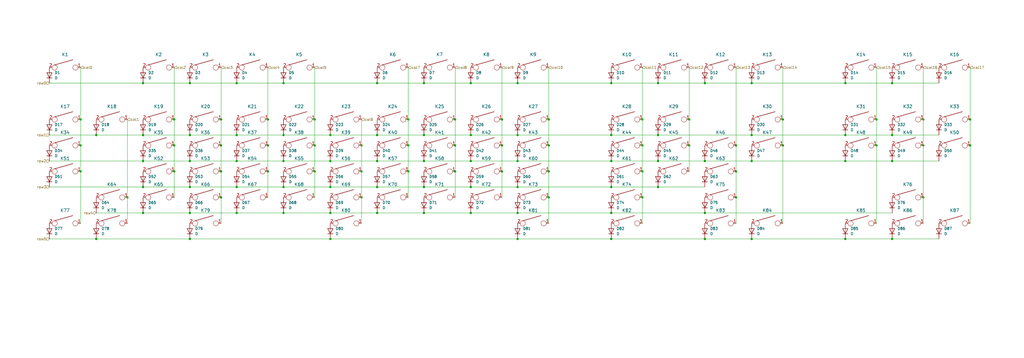
<source format=kicad_sch>
(kicad_sch (version 20211123) (generator eeschema)
  (paper "User" 499.999 175.006)
  (title_block (title "Ramen80") (date "2022-03-05") (rev "v1.0.0") (company "Ramen Keebs") (comment 1 "Switch Matrix"))
  (junction (at 367.03 78.74))
  (junction (at 252.73 116.84))
  (junction (at 69.85 40.64))
  (junction (at 85.09 58.42))
  (junction (at 298.45 78.74))
  (junction (at 344.17 116.84))
  (junction (at 412.75 40.64))
  (junction (at 367.03 116.84))
  (junction (at 321.31 40.64))
  (junction (at 92.71 40.64))
  (junction (at 46.99 66.04))
  (junction (at 427.99 58.42))
  (junction (at 267.97 83.82))
  (junction (at 85.09 83.82))
  (junction (at 313.69 58.42))
  (junction (at 245.11 71.12))
  (junction (at 161.29 104.14))
  (junction (at 85.09 71.12))
  (junction (at 252.73 78.74))
  (junction (at 229.87 104.14))
  (junction (at 336.55 58.42))
  (junction (at 344.17 78.74))
  (junction (at 115.57 66.04))
  (junction (at 382.27 71.12))
  (junction (at 176.53 83.82))
  (junction (at 222.25 71.12))
  (junction (at 313.69 96.52))
  (junction (at 321.31 78.74))
  (junction (at 199.39 71.12))
  (junction (at 435.61 66.04))
  (junction (at 245.11 83.82))
  (junction (at 412.75 78.74))
  (junction (at 382.27 58.42))
  (junction (at 107.95 71.12))
  (junction (at 435.61 78.74))
  (junction (at 229.87 66.04))
  (junction (at 229.87 91.44))
  (junction (at 267.97 58.42))
  (junction (at 39.37 71.12))
  (junction (at 450.85 96.52))
  (junction (at 298.45 104.14))
  (junction (at 473.71 58.42))
  (junction (at 130.81 58.42))
  (junction (at 161.29 66.04))
  (junction (at 298.45 40.64))
  (junction (at 199.39 58.42))
  (junction (at 473.71 71.12))
  (junction (at 359.41 83.82))
  (junction (at 107.95 83.82))
  (junction (at 412.75 66.04))
  (junction (at 62.23 96.52))
  (junction (at 222.25 58.42))
  (junction (at 115.57 78.74))
  (junction (at 176.53 96.52))
  (junction (at 69.85 66.04))
  (junction (at 298.45 66.04))
  (junction (at 313.69 83.82))
  (junction (at 267.97 71.12))
  (junction (at 176.53 71.12))
  (junction (at 321.31 91.44))
  (junction (at 199.39 83.82))
  (junction (at 229.87 40.64))
  (junction (at 184.15 40.64))
  (junction (at 321.31 66.04))
  (junction (at 298.45 116.84))
  (junction (at 245.11 58.42))
  (junction (at 138.43 40.64))
  (junction (at 153.67 58.42))
  (junction (at 92.71 104.14))
  (junction (at 252.73 40.64))
  (junction (at 153.67 71.12))
  (junction (at 313.69 71.12))
  (junction (at 153.67 83.82))
  (junction (at 92.71 91.44))
  (junction (at 435.61 40.64))
  (junction (at 359.41 71.12))
  (junction (at 69.85 91.44))
  (junction (at 92.71 116.84))
  (junction (at 427.99 71.12))
  (junction (at 267.97 96.52))
  (junction (at 252.73 66.04))
  (junction (at 115.57 91.44))
  (junction (at 107.95 58.42))
  (junction (at 435.61 116.84))
  (junction (at 184.15 104.14))
  (junction (at 138.43 91.44))
  (junction (at 92.71 66.04))
  (junction (at 46.99 116.84))
  (junction (at 92.71 78.74))
  (junction (at 344.17 104.14))
  (junction (at 207.01 104.14))
  (junction (at 229.87 78.74))
  (junction (at 298.45 91.44))
  (junction (at 252.73 91.44))
  (junction (at 184.15 91.44))
  (junction (at 39.37 58.42))
  (junction (at 184.15 78.74))
  (junction (at 207.01 40.64))
  (junction (at 107.95 96.52))
  (junction (at 252.73 104.14))
  (junction (at 184.15 66.04))
  (junction (at 69.85 78.74))
  (junction (at 222.25 83.82))
  (junction (at 367.03 66.04))
  (junction (at 412.75 116.84))
  (junction (at 138.43 78.74))
  (junction (at 359.41 96.52))
  (junction (at 138.43 104.14))
  (junction (at 336.55 71.12))
  (junction (at 450.85 71.12))
  (junction (at 161.29 78.74))
  (junction (at 115.57 104.14))
  (junction (at 344.17 40.64))
  (junction (at 130.81 83.82))
  (junction (at 450.85 58.42))
  (junction (at 115.57 40.64))
  (junction (at 207.01 66.04))
  (junction (at 367.03 40.64))
  (junction (at 138.43 66.04))
  (junction (at 207.01 78.74))
  (junction (at 207.01 91.44))
  (junction (at 130.81 71.12))
  (junction (at 39.37 83.82))
  (junction (at 161.29 91.44))
  (junction (at 69.85 104.14))
  (junction (at 161.29 116.84))
  (wire (pts (xy 298.45 66.04) (xy 321.31 66.04)))
  (wire (pts (xy 69.85 104.14) (xy 92.71 104.14)))
  (wire (pts (xy 344.17 78.74) (xy 367.03 78.74)))
  (wire (pts (xy 184.15 91.44) (xy 207.01 91.44)))
  (wire (pts (xy 252.73 104.14) (xy 298.45 104.14)))
  (wire (pts (xy 229.87 104.14) (xy 252.73 104.14)))
  (wire (pts (xy 39.37 58.42) (xy 39.37 71.12)))
  (wire (pts (xy 435.61 116.84) (xy 458.47 116.84)))
  (wire (pts (xy 450.85 96.52) (xy 450.85 109.22)))
  (wire (pts (xy 473.71 33.02) (xy 473.71 58.42)))
  (wire (pts (xy 267.97 96.52) (xy 267.97 109.22)))
  (wire (pts (xy 24.13 40.64) (xy 69.85 40.64)))
  (wire (pts (xy 176.53 58.42) (xy 176.53 71.12)))
  (wire (pts (xy 313.69 83.82) (xy 313.69 96.52)))
  (wire (pts (xy 450.85 58.42) (xy 450.85 71.12)))
  (wire (pts (xy 298.45 40.64) (xy 321.31 40.64)))
  (wire (pts (xy 115.57 40.64) (xy 138.43 40.64)))
  (wire (pts (xy 153.67 33.02) (xy 153.67 58.42)))
  (wire (pts (xy 450.85 33.02) (xy 450.85 58.42)))
  (wire (pts (xy 176.53 71.12) (xy 176.53 83.82)))
  (wire (pts (xy 267.97 58.42) (xy 267.97 71.12)))
  (wire (pts (xy 199.39 33.02) (xy 199.39 58.42)))
  (wire (pts (xy 161.29 91.44) (xy 184.15 91.44)))
  (wire (pts (xy 39.37 71.12) (xy 39.37 83.82)))
  (wire (pts (xy 62.23 96.52) (xy 62.23 109.22)))
  (wire (pts (xy 62.23 58.42) (xy 62.23 96.52)))
  (wire (pts (xy 367.03 66.04) (xy 412.75 66.04)))
  (wire (pts (xy 382.27 33.02) (xy 382.27 58.42)))
  (wire (pts (xy 252.73 78.74) (xy 298.45 78.74)))
  (wire (pts (xy 39.37 83.82) (xy 39.37 109.22)))
  (wire (pts (xy 382.27 71.12) (xy 382.27 109.22)))
  (wire (pts (xy 435.61 66.04) (xy 458.47 66.04)))
  (wire (pts (xy 24.13 116.84) (xy 46.99 116.84)))
  (wire (pts (xy 229.87 91.44) (xy 252.73 91.44)))
  (wire (pts (xy 69.85 40.64) (xy 92.71 40.64)))
  (wire (pts (xy 435.61 40.64) (xy 458.47 40.64)))
  (wire (pts (xy 382.27 58.42) (xy 382.27 71.12)))
  (wire (pts (xy 336.55 58.42) (xy 336.55 71.12)))
  (wire (pts (xy 313.69 96.52) (xy 313.69 109.22)))
  (wire (pts (xy 107.95 58.42) (xy 107.95 71.12)))
  (wire (pts (xy 298.45 78.74) (xy 321.31 78.74)))
  (wire (pts (xy 184.15 40.64) (xy 207.01 40.64)))
  (wire (pts (xy 24.13 66.04) (xy 46.99 66.04)))
  (wire (pts (xy 450.85 71.12) (xy 450.85 96.52)))
  (wire (pts (xy 344.17 40.64) (xy 367.03 40.64)))
  (wire (pts (xy 153.67 58.42) (xy 153.67 71.12)))
  (wire (pts (xy 321.31 40.64) (xy 344.17 40.64)))
  (wire (pts (xy 252.73 66.04) (xy 298.45 66.04)))
  (wire (pts (xy 130.81 33.02) (xy 130.81 58.42)))
  (wire (pts (xy 344.17 104.14) (xy 435.61 104.14)))
  (wire (pts (xy 412.75 116.84) (xy 435.61 116.84)))
  (wire (pts (xy 321.31 91.44) (xy 344.17 91.44)))
  (wire (pts (xy 222.25 71.12) (xy 222.25 83.82)))
  (wire (pts (xy 252.73 116.84) (xy 298.45 116.84)))
  (wire (pts (xy 69.85 66.04) (xy 92.71 66.04)))
  (wire (pts (xy 138.43 91.44) (xy 161.29 91.44)))
  (wire (pts (xy 367.03 78.74) (xy 412.75 78.74)))
  (wire (pts (xy 24.13 91.44) (xy 69.85 91.44)))
  (wire (pts (xy 107.95 83.82) (xy 107.95 96.52)))
  (wire (pts (xy 207.01 78.74) (xy 229.87 78.74)))
  (wire (pts (xy 412.75 40.64) (xy 435.61 40.64)))
  (wire (pts (xy 199.39 71.12) (xy 199.39 83.82)))
  (wire (pts (xy 427.99 71.12) (xy 427.99 109.22)))
  (wire (pts (xy 46.99 104.14) (xy 69.85 104.14)))
  (wire (pts (xy 367.03 116.84) (xy 412.75 116.84)))
  (wire (pts (xy 130.81 71.12) (xy 130.81 83.82)))
  (wire (pts (xy 359.41 71.12) (xy 359.41 83.82)))
  (wire (pts (xy 92.71 116.84) (xy 161.29 116.84)))
  (wire (pts (xy 184.15 78.74) (xy 207.01 78.74)))
  (wire (pts (xy 138.43 78.74) (xy 161.29 78.74)))
  (wire (pts (xy 267.97 83.82) (xy 267.97 96.52)))
  (wire (pts (xy 222.25 33.02) (xy 222.25 58.42)))
  (wire (pts (xy 267.97 71.12) (xy 267.97 83.82)))
  (wire (pts (xy 222.25 58.42) (xy 222.25 71.12)))
  (wire (pts (xy 207.01 66.04) (xy 229.87 66.04)))
  (wire (pts (xy 130.81 83.82) (xy 130.81 96.52)))
  (wire (pts (xy 252.73 40.64) (xy 298.45 40.64)))
  (wire (pts (xy 336.55 33.02) (xy 336.55 58.42)))
  (wire (pts (xy 85.09 83.82) (xy 85.09 96.52)))
  (wire (pts (xy 298.45 91.44) (xy 321.31 91.44)))
  (wire (pts (xy 153.67 71.12) (xy 153.67 83.82)))
  (wire (pts (xy 473.71 58.42) (xy 473.71 71.12)))
  (wire (pts (xy 92.71 66.04) (xy 115.57 66.04)))
  (wire (pts (xy 161.29 116.84) (xy 252.73 116.84)))
  (wire (pts (xy 229.87 78.74) (xy 252.73 78.74)))
  (wire (pts (xy 115.57 91.44) (xy 138.43 91.44)))
  (wire (pts (xy 267.97 33.02) (xy 267.97 58.42)))
  (wire (pts (xy 473.71 71.12) (xy 473.71 109.22)))
  (wire (pts (xy 69.85 78.74) (xy 92.71 78.74)))
  (wire (pts (xy 161.29 104.14) (xy 184.15 104.14)))
  (wire (pts (xy 153.67 83.82) (xy 153.67 96.52)))
  (wire (pts (xy 298.45 104.14) (xy 344.17 104.14)))
  (wire (pts (xy 245.11 71.12) (xy 245.11 83.82)))
  (wire (pts (xy 92.71 91.44) (xy 115.57 91.44)))
  (wire (pts (xy 161.29 78.74) (xy 184.15 78.74)))
  (wire (pts (xy 245.11 83.82) (xy 245.11 96.52)))
  (wire (pts (xy 92.71 78.74) (xy 115.57 78.74)))
  (wire (pts (xy 359.41 33.02) (xy 359.41 71.12)))
  (wire (pts (xy 321.31 78.74) (xy 344.17 78.74)))
  (wire (pts (xy 92.71 40.64) (xy 115.57 40.64)))
  (wire (pts (xy 229.87 40.64) (xy 252.73 40.64)))
  (wire (pts (xy 207.01 40.64) (xy 229.87 40.64)))
  (wire (pts (xy 359.41 96.52) (xy 359.41 109.22)))
  (wire (pts (xy 24.13 78.74) (xy 69.85 78.74)))
  (wire (pts (xy 39.37 33.02) (xy 39.37 58.42)))
  (wire (pts (xy 85.09 58.42) (xy 85.09 71.12)))
  (wire (pts (xy 138.43 40.64) (xy 184.15 40.64)))
  (wire (pts (xy 412.75 78.74) (xy 435.61 78.74)))
  (wire (pts (xy 245.11 33.02) (xy 245.11 58.42)))
  (wire (pts (xy 107.95 33.02) (xy 107.95 58.42)))
  (wire (pts (xy 176.53 96.52) (xy 176.53 109.22)))
  (wire (pts (xy 222.25 83.82) (xy 222.25 96.52)))
  (wire (pts (xy 313.69 71.12) (xy 313.69 83.82)))
  (wire (pts (xy 85.09 71.12) (xy 85.09 83.82)))
  (wire (pts (xy 427.99 58.42) (xy 427.99 71.12)))
  (wire (pts (xy 245.11 58.42) (xy 245.11 71.12)))
  (wire (pts (xy 412.75 66.04) (xy 435.61 66.04)))
  (wire (pts (xy 69.85 91.44) (xy 92.71 91.44)))
  (wire (pts (xy 161.29 66.04) (xy 184.15 66.04)))
  (wire (pts (xy 85.09 33.02) (xy 85.09 58.42)))
  (wire (pts (xy 207.01 91.44) (xy 229.87 91.44)))
  (wire (pts (xy 107.95 71.12) (xy 107.95 83.82)))
  (wire (pts (xy 138.43 104.14) (xy 161.29 104.14)))
  (wire (pts (xy 92.71 104.14) (xy 115.57 104.14)))
  (wire (pts (xy 199.39 58.42) (xy 199.39 71.12)))
  (wire (pts (xy 435.61 78.74) (xy 458.47 78.74)))
  (wire (pts (xy 130.81 58.42) (xy 130.81 71.12)))
  (wire (pts (xy 184.15 66.04) (xy 207.01 66.04)))
  (wire (pts (xy 199.39 83.82) (xy 199.39 96.52)))
  (wire (pts (xy 367.03 40.64) (xy 412.75 40.64)))
  (wire (pts (xy 176.53 83.82) (xy 176.53 96.52)))
  (wire (pts (xy 207.01 104.14) (xy 229.87 104.14)))
  (wire (pts (xy 107.95 96.52) (xy 107.95 109.22)))
  (wire (pts (xy 336.55 71.12) (xy 336.55 83.82)))
  (wire (pts (xy 313.69 33.02) (xy 313.69 58.42)))
  (wire (pts (xy 427.99 33.02) (xy 427.99 58.42)))
  (wire (pts (xy 115.57 78.74) (xy 138.43 78.74)))
  (wire (pts (xy 46.99 66.04) (xy 69.85 66.04)))
  (wire (pts (xy 115.57 104.14) (xy 138.43 104.14)))
  (wire (pts (xy 229.87 66.04) (xy 252.73 66.04)))
  (wire (pts (xy 321.31 66.04) (xy 367.03 66.04)))
  (wire (pts (xy 359.41 83.82) (xy 359.41 96.52)))
  (wire (pts (xy 344.17 116.84) (xy 367.03 116.84)))
  (wire (pts (xy 313.69 58.42) (xy 313.69 71.12)))
  (wire (pts (xy 138.43 66.04) (xy 161.29 66.04)))
  (wire (pts (xy 184.15 104.14) (xy 207.01 104.14)))
  (wire (pts (xy 252.73 91.44) (xy 298.45 91.44)))
  (wire (pts (xy 46.99 116.84) (xy 92.71 116.84)))
  (wire (pts (xy 298.45 116.84) (xy 344.17 116.84)))
  (wire (pts (xy 115.57 66.04) (xy 138.43 66.04)))
  (hierarchical_label "row4" (shape input) (at 46.99 104.14 180))
  (hierarchical_label "col6" (shape input) (at 176.53 58.42 0))
  (hierarchical_label "row5" (shape input) (at 24.13 116.84 180))
  (hierarchical_label "col0" (shape input) (at 39.37 33.02 0))
  (hierarchical_label "col5" (shape input) (at 153.67 33.02 0))
  (hierarchical_label "row2" (shape input) (at 24.13 78.74 180))
  (hierarchical_label "col10" (shape input) (at 267.97 33.02 0))
  (hierarchical_label "col8" (shape input) (at 222.25 33.02 0))
  (hierarchical_label "col9" (shape input) (at 245.11 33.02 0))
  (hierarchical_label "row0" (shape input) (at 24.13 40.64 180))
  (hierarchical_label "col16" (shape input) (at 450.85 33.02 0))
  (hierarchical_label "row1" (shape input) (at 24.13 66.04 180))
  (hierarchical_label "col13" (shape input) (at 359.41 33.02 0))
  (hierarchical_label "col1" (shape input) (at 62.23 58.42 0))
  (hierarchical_label "col2" (shape input) (at 85.09 33.02 0))
  (hierarchical_label "col7" (shape input) (at 199.39 33.02 0))
  (hierarchical_label "col3" (shape input) (at 107.95 33.02 0))
  (hierarchical_label "col15" (shape input) (at 427.99 33.02 0))
  (hierarchical_label "col11" (shape input) (at 313.69 33.02 0))
  (hierarchical_label "col14" (shape input) (at 382.27 33.02 0))
  (hierarchical_label "col4" (shape input) (at 130.81 33.02 0))
  (hierarchical_label "col17" (shape input) (at 473.71 33.02 0))
  (hierarchical_label "row3" (shape input) (at 24.13 91.44 180))
  (hierarchical_label "col12" (shape input) (at 336.55 33.02 0))
  (symbol (lib_id "Device:D") (at 69.85 87.63 90) (unit 1)
    (property "Reference" "D52" (at 72.39 86.3599 90) (effects (justify right)))
    (property "Value" "D" (at 72.39 88.8999 90) (effects (justify right)))
    (property "Footprint" "RamenKeebs:D_AXIAL" (effects hide))
  )
  (symbol (lib_id "Device:D") (at 321.31 87.63 90) (unit 1)
    (property "Reference" "D62" (at 323.85 86.3599 90) (effects (justify right)))
    (property "Value" "D" (at 323.85 88.8999 90) (effects (justify right)))
    (property "Footprint" "RamenKeebs:D_AXIAL" (effects hide))
  )
  (symbol (lib_id "RamenKeebs:MECH_SW") (at 328.93 58.42 0) (unit 1)
    (property "Reference" "K29" (at 328.93 52.07 0) (effects (font (size 1.524 1.524))))
    (property "Value" "KEYSW" (effects hide))
    (property "Footprint" "RamenKeebs:KAILH_PLATEMOUNT" (effects hide))
  )
  (symbol (lib_id "Device:D") (at 92.71 62.23 90) (unit 1)
    (property "Reference" "D20" (at 95.25 60.9599 90) (effects (justify right)))
    (property "Value" "D" (at 95.25 63.4999 90) (effects (justify right)))
    (property "Footprint" "RamenKeebs:D_AXIAL" (effects hide))
  )
  (symbol (lib_id "RamenKeebs:MECH_SW") (at 351.79 109.22 0) (unit 1)
    (property "Reference" "K83" (at 351.79 102.87 0) (effects (font (size 1.524 1.524))))
    (property "Value" "KEYSW" (effects hide))
    (property "Footprint" "RamenKeebs:KAILH_PLATEMOUNT" (effects hide))
  )
  (symbol (lib_id "Device:D") (at 138.43 100.33 90) (unit 1)
    (property "Reference" "D68" (at 140.97 99.0599 90) (effects (justify right)))
    (property "Value" "D" (at 140.97 101.5999 90) (effects (justify right)))
    (property "Footprint" "RamenKeebs:D_AXIAL" (effects hide))
  )
  (symbol (lib_id "RamenKeebs:MECH_SW") (at 146.05 83.82 0) (unit 1)
    (property "Reference" "K55" (at 146.05 77.47 0) (effects (font (size 1.524 1.524))))
    (property "Value" "KEYSW" (effects hide))
    (property "Footprint" "RamenKeebs:KAILH_PLATEMOUNT" (effects hide))
  )
  (symbol (lib_id "RamenKeebs:MECH_SW") (at 214.63 58.42 0) (unit 1)
    (property "Reference" "K25" (at 214.63 52.07 0) (effects (font (size 1.524 1.524))))
    (property "Value" "KEYSW" (effects hide))
    (property "Footprint" "RamenKeebs:KAILH_PLATEMOUNT" (effects hide))
  )
  (symbol (lib_id "Device:D") (at 321.31 74.93 90) (unit 1)
    (property "Reference" "D45" (at 323.85 73.6599 90) (effects (justify right)))
    (property "Value" "D" (at 323.85 76.1999 90) (effects (justify right)))
    (property "Footprint" "RamenKeebs:D_AXIAL" (effects hide))
  )
  (symbol (lib_id "Device:D") (at 412.75 36.83 90) (unit 1)
    (property "Reference" "D14" (at 415.29 35.5599 90) (effects (justify right)))
    (property "Value" "D" (at 415.29 38.0999 90) (effects (justify right)))
    (property "Footprint" "RamenKeebs:D_AXIAL" (effects hide))
  )
  (symbol (lib_id "Device:D") (at 69.85 74.93 90) (unit 1)
    (property "Reference" "D35" (at 72.39 73.6599 90) (effects (justify right)))
    (property "Value" "D" (at 72.39 76.1999 90) (effects (justify right)))
    (property "Footprint" "RamenKeebs:D_AXIAL" (effects hide))
  )
  (symbol (lib_id "Device:D") (at 115.57 100.33 90) (unit 1)
    (property "Reference" "D67" (at 118.11 99.0599 90) (effects (justify right)))
    (property "Value" "D" (at 118.11 101.5999 90) (effects (justify right)))
    (property "Footprint" "RamenKeebs:D_AXIAL" (effects hide))
  )
  (symbol (lib_id "Device:D") (at 46.99 100.33 90) (unit 1)
    (property "Reference" "D64" (at 49.53 99.0599 90) (effects (justify right)))
    (property "Value" "D" (at 49.53 101.5999 90) (effects (justify right)))
    (property "Footprint" "RamenKeebs:D_AXIAL" (effects hide))
  )
  (symbol (lib_id "RamenKeebs:MECH_SW") (at 100.33 58.42 0) (unit 1)
    (property "Reference" "K20" (at 100.33 52.07 0) (effects (font (size 1.524 1.524))))
    (property "Value" "KEYSW" (effects hide))
    (property "Footprint" "RamenKeebs:KAILH_PLATEMOUNT" (effects hide))
  )
  (symbol (lib_id "RamenKeebs:MECH_SW") (at 214.63 71.12 0) (unit 1)
    (property "Reference" "K41" (at 214.63 64.77 0) (effects (font (size 1.524 1.524))))
    (property "Value" "KEYSW" (effects hide))
    (property "Footprint" "RamenKeebs:KAILH_PLATEMOUNT" (effects hide))
  )
  (symbol (lib_id "RamenKeebs:MECH_SW") (at 54.61 96.52 0) (unit 1)
    (property "Reference" "K64" (at 54.61 90.17 0) (effects (font (size 1.524 1.524))))
    (property "Value" "KEYSW" (effects hide))
    (property "Footprint" "RamenKeebs:KAILH_PLATEMOUNT" (effects hide))
  )
  (symbol (lib_id "Device:D") (at 138.43 62.23 90) (unit 1)
    (property "Reference" "D22" (at 140.97 60.9599 90) (effects (justify right)))
    (property "Value" "D" (at 140.97 63.4999 90) (effects (justify right)))
    (property "Footprint" "RamenKeebs:D_AXIAL" (effects hide))
  )
  (symbol (lib_id "RamenKeebs:MECH_SW") (at 123.19 58.42 0) (unit 1)
    (property "Reference" "K21" (at 123.19 52.07 0) (effects (font (size 1.524 1.524))))
    (property "Value" "KEYSW" (effects hide))
    (property "Footprint" "RamenKeebs:KAILH_PLATEMOUNT" (effects hide))
  )
  (symbol (lib_id "RamenKeebs:MECH_SW") (at 31.75 83.82 0) (unit 1)
    (property "Reference" "K51" (at 31.75 77.47 0) (effects (font (size 1.524 1.524))))
    (property "Value" "KEYSW" (effects hide))
    (property "Footprint" "RamenKeebs:KAILH_PLATEMOUNT" (effects hide))
  )
  (symbol (lib_id "Device:D") (at 92.71 87.63 90) (unit 1)
    (property "Reference" "D53" (at 95.25 86.3599 90) (effects (justify right)))
    (property "Value" "D" (at 95.25 88.8999 90) (effects (justify right)))
    (property "Footprint" "RamenKeebs:D_AXIAL" (effects hide))
  )
  (symbol (lib_id "RamenKeebs:MECH_SW") (at 191.77 83.82 0) (unit 1)
    (property "Reference" "K57" (at 191.77 77.47 0) (effects (font (size 1.524 1.524))))
    (property "Value" "KEYSW" (effects hide))
    (property "Footprint" "RamenKeebs:KAILH_PLATEMOUNT" (effects hide))
  )
  (symbol (lib_id "RamenKeebs:MECH_SW") (at 168.91 109.22 0) (unit 1)
    (property "Reference" "K80" (at 168.91 102.87 0) (effects (font (size 1.524 1.524))))
    (property "Value" "KEYSW" (effects hide))
    (property "Footprint" "RamenKeebs:KAILH_PLATEMOUNT" (effects hide))
  )
  (symbol (lib_id "Device:D") (at 344.17 113.03 90) (unit 1)
    (property "Reference" "D83" (at 346.71 111.7599 90) (effects (justify right)))
    (property "Value" "D" (at 346.71 114.2999 90) (effects (justify right)))
    (property "Footprint" "RamenKeebs:D_AXIAL" (effects hide))
  )
  (symbol (lib_id "Device:D") (at 229.87 74.93 90) (unit 1)
    (property "Reference" "D42" (at 232.41 73.6599 90) (effects (justify right)))
    (property "Value" "D" (at 232.41 76.1999 90) (effects (justify right)))
    (property "Footprint" "RamenKeebs:D_AXIAL" (effects hide))
  )
  (symbol (lib_id "RamenKeebs:MECH_SW") (at 466.09 109.22 0) (unit 1)
    (property "Reference" "K87" (at 466.09 102.87 0) (effects (font (size 1.524 1.524))))
    (property "Value" "KEYSW" (effects hide))
    (property "Footprint" "RamenKeebs:KAILH_PLATEMOUNT" (effects hide))
  )
  (symbol (lib_id "Device:D") (at 298.45 113.03 90) (unit 1)
    (property "Reference" "D82" (at 300.99 111.7599 90) (effects (justify right)))
    (property "Value" "D" (at 300.99 114.2999 90) (effects (justify right)))
    (property "Footprint" "RamenKeebs:D_AXIAL" (effects hide))
  )
  (symbol (lib_id "Device:D") (at 298.45 87.63 90) (unit 1)
    (property "Reference" "D61" (at 300.99 86.3599 90) (effects (justify right)))
    (property "Value" "D" (at 300.99 88.8999 90) (effects (justify right)))
    (property "Footprint" "RamenKeebs:D_AXIAL" (effects hide))
  )
  (symbol (lib_id "Device:D") (at 161.29 100.33 90) (unit 1)
    (property "Reference" "D69" (at 163.83 99.0599 90) (effects (justify right)))
    (property "Value" "D" (at 163.83 101.5999 90) (effects (justify right)))
    (property "Footprint" "RamenKeebs:D_AXIAL" (effects hide))
  )
  (symbol (lib_id "RamenKeebs:MECH_SW") (at 351.79 33.02 0) (unit 1)
    (property "Reference" "K12" (at 351.79 26.67 0) (effects (font (size 1.524 1.524))))
    (property "Value" "KEYSW" (effects hide))
    (property "Footprint" "RamenKeebs:KAILH_PLATEMOUNT" (effects hide))
  )
  (symbol (lib_id "RamenKeebs:MECH_SW") (at 443.23 33.02 0) (unit 1)
    (property "Reference" "K15" (at 443.23 26.67 0) (effects (font (size 1.524 1.524))))
    (property "Value" "KEYSW" (effects hide))
    (property "Footprint" "RamenKeebs:KAILH_PLATEMOUNT" (effects hide))
  )
  (symbol (lib_id "Device:D") (at 115.57 87.63 90) (unit 1)
    (property "Reference" "D54" (at 118.11 86.3599 90) (effects (justify right)))
    (property "Value" "D" (at 118.11 88.8999 90) (effects (justify right)))
    (property "Footprint" "RamenKeebs:D_AXIAL" (effects hide))
  )
  (symbol (lib_id "Device:D") (at 46.99 62.23 90) (unit 1)
    (property "Reference" "D18" (at 49.53 60.9599 90) (effects (justify right)))
    (property "Value" "D" (at 49.53 63.4999 90) (effects (justify right)))
    (property "Footprint" "RamenKeebs:D_AXIAL" (effects hide))
  )
  (symbol (lib_id "Device:D") (at 344.17 100.33 90) (unit 1)
    (property "Reference" "D75" (at 346.71 99.0599 90) (effects (justify right)))
    (property "Value" "D" (at 346.71 101.5999 90) (effects (justify right)))
    (property "Footprint" "RamenKeebs:D_AXIAL" (effects hide))
  )
  (symbol (lib_id "RamenKeebs:MECH_SW") (at 260.35 58.42 0) (unit 1)
    (property "Reference" "K27" (at 260.35 52.07 0) (effects (font (size 1.524 1.524))))
    (property "Value" "KEYSW" (effects hide))
    (property "Footprint" "RamenKeebs:KAILH_PLATEMOUNT" (effects hide))
  )
  (symbol (lib_id "Device:D") (at 229.87 62.23 90) (unit 1)
    (property "Reference" "D26" (at 232.41 60.9599 90) (effects (justify right)))
    (property "Value" "D" (at 232.41 63.4999 90) (effects (justify right)))
    (property "Footprint" "RamenKeebs:D_AXIAL" (effects hide))
  )
  (symbol (lib_id "Device:D") (at 161.29 87.63 90) (unit 1)
    (property "Reference" "D56" (at 163.83 86.3599 90) (effects (justify right)))
    (property "Value" "D" (at 163.83 88.8999 90) (effects (justify right)))
    (property "Footprint" "RamenKeebs:D_AXIAL" (effects hide))
  )
  (symbol (lib_id "Device:D") (at 24.13 74.93 90) (unit 1)
    (property "Reference" "D34" (at 26.67 73.6599 90) (effects (justify right)))
    (property "Value" "D" (at 26.67 76.1999 90) (effects (justify right)))
    (property "Footprint" "RamenKeebs:D_AXIAL" (effects hide))
  )
  (symbol (lib_id "RamenKeebs:MECH_SW") (at 466.09 71.12 0) (unit 1)
    (property "Reference" "K50" (at 466.09 64.77 0) (effects (font (size 1.524 1.524))))
    (property "Value" "KEYSW" (effects hide))
    (property "Footprint" "RamenKeebs:KAILH_PLATEMOUNT" (effects hide))
  )
  (symbol (lib_id "RamenKeebs:MECH_SW") (at 260.35 96.52 0) (unit 1)
    (property "Reference" "K73" (at 260.35 90.17 0) (effects (font (size 1.524 1.524))))
    (property "Value" "KEYSW" (effects hide))
    (property "Footprint" "RamenKeebs:KAILH_PLATEMOUNT" (effects hide))
  )
  (symbol (lib_id "RamenKeebs:MECH_SW") (at 420.37 71.12 0) (unit 1)
    (property "Reference" "K48" (at 420.37 64.77 0) (effects (font (size 1.524 1.524))))
    (property "Value" "KEYSW" (effects hide))
    (property "Footprint" "RamenKeebs:KAILH_PLATEMOUNT" (effects hide))
  )
  (symbol (lib_id "Device:D") (at 298.45 36.83 90) (unit 1)
    (property "Reference" "D10" (at 300.99 35.5599 90) (effects (justify right)))
    (property "Value" "D" (at 300.99 38.0999 90) (effects (justify right)))
    (property "Footprint" "RamenKeebs:D_AXIAL" (effects hide))
  )
  (symbol (lib_id "Device:D") (at 69.85 62.23 90) (unit 1)
    (property "Reference" "D19" (at 72.39 60.9599 90) (effects (justify right)))
    (property "Value" "D" (at 72.39 63.4999 90) (effects (justify right)))
    (property "Footprint" "RamenKeebs:D_AXIAL" (effects hide))
  )
  (symbol (lib_id "RamenKeebs:MECH_SW") (at 31.75 71.12 0) (unit 1)
    (property "Reference" "K34" (at 31.75 64.77 0) (effects (font (size 1.524 1.524))))
    (property "Value" "KEYSW" (effects hide))
    (property "Footprint" "RamenKeebs:KAILH_PLATEMOUNT" (effects hide))
  )
  (symbol (lib_id "Device:D") (at 184.15 36.83 90) (unit 1)
    (property "Reference" "D6" (at 186.69 35.5599 90) (effects (justify right)))
    (property "Value" "D" (at 186.69 38.0999 90) (effects (justify right)))
    (property "Footprint" "RamenKeebs:D_AXIAL" (effects hide))
  )
  (symbol (lib_id "Device:D") (at 412.75 74.93 90) (unit 1)
    (property "Reference" "D48" (at 415.29 73.6599 90) (effects (justify right)))
    (property "Value" "D" (at 415.29 76.1999 90) (effects (justify right)))
    (property "Footprint" "RamenKeebs:D_AXIAL" (effects hide))
  )
  (symbol (lib_id "RamenKeebs:MECH_SW") (at 306.07 33.02 0) (unit 1)
    (property "Reference" "K10" (at 306.07 26.67 0) (effects (font (size 1.524 1.524))))
    (property "Value" "KEYSW" (effects hide))
    (property "Footprint" "RamenKeebs:KAILH_PLATEMOUNT" (effects hide))
  )
  (symbol (lib_id "Device:D") (at 92.71 36.83 90) (unit 1)
    (property "Reference" "D3" (at 95.25 35.5599 90) (effects (justify right)))
    (property "Value" "D" (at 95.25 38.0999 90) (effects (justify right)))
    (property "Footprint" "RamenKeebs:D_AXIAL" (effects hide))
  )
  (symbol (lib_id "RamenKeebs:MECH_SW") (at 168.91 96.52 0) (unit 1)
    (property "Reference" "K69" (at 168.91 90.17 0) (effects (font (size 1.524 1.524))))
    (property "Value" "KEYSW" (effects hide))
    (property "Footprint" "RamenKeebs:KAILH_PLATEMOUNT" (effects hide))
  )
  (symbol (lib_id "RamenKeebs:MECH_SW") (at 420.37 33.02 0) (unit 1)
    (property "Reference" "K14" (at 420.37 26.67 0) (effects (font (size 1.524 1.524))))
    (property "Value" "KEYSW" (effects hide))
    (property "Footprint" "RamenKeebs:KAILH_PLATEMOUNT" (effects hide))
  )
  (symbol (lib_id "RamenKeebs:MECH_SW") (at 191.77 58.42 0) (unit 1)
    (property "Reference" "K24" (at 191.77 52.07 0) (effects (font (size 1.524 1.524))))
    (property "Value" "KEYSW" (effects hide))
    (property "Footprint" "RamenKeebs:KAILH_PLATEMOUNT" (effects hide))
  )
  (symbol (lib_id "Device:D") (at 252.73 87.63 90) (unit 1)
    (property "Reference" "D60" (at 255.27 86.3599 90) (effects (justify right)))
    (property "Value" "D" (at 255.27 88.8999 90) (effects (justify right)))
    (property "Footprint" "RamenKeebs:D_AXIAL" (effects hide))
  )
  (symbol (lib_id "Device:D") (at 229.87 100.33 90) (unit 1)
    (property "Reference" "D72" (at 232.41 99.0599 90) (effects (justify right)))
    (property "Value" "D" (at 232.41 101.5999 90) (effects (justify right)))
    (property "Footprint" "RamenKeebs:D_AXIAL" (effects hide))
  )
  (symbol (lib_id "Device:D") (at 24.13 113.03 90) (unit 1)
    (property "Reference" "D77" (at 26.67 111.7599 90) (effects (justify right)))
    (property "Value" "D" (at 26.67 114.2999 90) (effects (justify right)))
    (property "Footprint" "RamenKeebs:D_AXIAL" (effects hide))
  )
  (symbol (lib_id "Device:D") (at 458.47 36.83 90) (unit 1)
    (property "Reference" "D16" (at 461.01 35.5599 90) (effects (justify right)))
    (property "Value" "D" (at 461.01 38.0999 90) (effects (justify right)))
    (property "Footprint" "RamenKeebs:D_AXIAL" (effects hide))
  )
  (symbol (lib_id "Device:D") (at 367.03 36.83 90) (unit 1)
    (property "Reference" "D13" (at 369.57 35.5599 90) (effects (justify right)))
    (property "Value" "D" (at 369.57 38.0999 90) (effects (justify right)))
    (property "Footprint" "RamenKeebs:D_AXIAL" (effects hide))
  )
  (symbol (lib_id "Device:D") (at 184.15 62.23 90) (unit 1)
    (property "Reference" "D24" (at 186.69 60.9599 90) (effects (justify right)))
    (property "Value" "D" (at 186.69 63.4999 90) (effects (justify right)))
    (property "Footprint" "RamenKeebs:D_AXIAL" (effects hide))
  )
  (symbol (lib_id "RamenKeebs:MECH_SW") (at 77.47 71.12 0) (unit 1)
    (property "Reference" "K35" (at 77.47 64.77 0) (effects (font (size 1.524 1.524))))
    (property "Value" "KEYSW" (effects hide))
    (property "Footprint" "RamenKeebs:KAILH_PLATEMOUNT" (effects hide))
  )
  (symbol (lib_id "Device:D") (at 207.01 100.33 90) (unit 1)
    (property "Reference" "D71" (at 209.55 99.0599 90) (effects (justify right)))
    (property "Value" "D" (at 209.55 101.5999 90) (effects (justify right)))
    (property "Footprint" "RamenKeebs:D_AXIAL" (effects hide))
  )
  (symbol (lib_id "Device:D") (at 92.71 100.33 90) (unit 1)
    (property "Reference" "D66" (at 95.25 99.0599 90) (effects (justify right)))
    (property "Value" "D" (at 95.25 101.5999 90) (effects (justify right)))
    (property "Footprint" "RamenKeebs:D_AXIAL" (effects hide))
  )
  (symbol (lib_id "RamenKeebs:MECH_SW") (at 123.19 96.52 0) (unit 1)
    (property "Reference" "K67" (at 123.19 90.17 0) (effects (font (size 1.524 1.524))))
    (property "Value" "KEYSW" (effects hide))
    (property "Footprint" "RamenKeebs:KAILH_PLATEMOUNT" (effects hide))
  )
  (symbol (lib_id "Device:D") (at 367.03 113.03 90) (unit 1)
    (property "Reference" "D84" (at 369.57 111.7599 90) (effects (justify right)))
    (property "Value" "D" (at 369.57 114.2999 90) (effects (justify right)))
    (property "Footprint" "RamenKeebs:D_AXIAL" (effects hide))
  )
  (symbol (lib_id "RamenKeebs:MECH_SW") (at 351.79 83.82 0) (unit 1)
    (property "Reference" "K63" (at 351.79 77.47 0) (effects (font (size 1.524 1.524))))
    (property "Value" "KEYSW" (effects hide))
    (property "Footprint" "RamenKeebs:KAILH_PLATEMOUNT" (effects hide))
  )
  (symbol (lib_id "Device:D") (at 298.45 100.33 90) (unit 1)
    (property "Reference" "D74" (at 300.99 99.0599 90) (effects (justify right)))
    (property "Value" "D" (at 300.99 101.5999 90) (effects (justify right)))
    (property "Footprint" "RamenKeebs:D_AXIAL" (effects hide))
  )
  (symbol (lib_id "RamenKeebs:MECH_SW") (at 466.09 58.42 0) (unit 1)
    (property "Reference" "K33" (at 466.09 52.07 0) (effects (font (size 1.524 1.524))))
    (property "Value" "KEYSW" (effects hide))
    (property "Footprint" "RamenKeebs:KAILH_PLATEMOUNT" (effects hide))
  )
  (symbol (lib_id "Device:D") (at 69.85 100.33 90) (unit 1)
    (property "Reference" "D65" (at 72.39 99.0599 90) (effects (justify right)))
    (property "Value" "D" (at 72.39 101.5999 90) (effects (justify right)))
    (property "Footprint" "RamenKeebs:D_AXIAL" (effects hide))
  )
  (symbol (lib_id "Device:D") (at 115.57 36.83 90) (unit 1)
    (property "Reference" "D4" (at 118.11 35.5599 90) (effects (justify right)))
    (property "Value" "D" (at 118.11 38.0999 90) (effects (justify right)))
    (property "Footprint" "RamenKeebs:D_AXIAL" (effects hide))
  )
  (symbol (lib_id "Device:D") (at 435.61 74.93 90) (unit 1)
    (property "Reference" "D49" (at 438.15 73.6599 90) (effects (justify right)))
    (property "Value" "D" (at 438.15 76.1999 90) (effects (justify right)))
    (property "Footprint" "RamenKeebs:D_AXIAL" (effects hide))
  )
  (symbol (lib_id "Device:D") (at 24.13 62.23 90) (unit 1)
    (property "Reference" "D17" (at 26.67 60.9599 90) (effects (justify right)))
    (property "Value" "D" (at 26.67 63.4999 90) (effects (justify right)))
    (property "Footprint" "RamenKeebs:D_AXIAL" (effects hide))
  )
  (symbol (lib_id "Device:D") (at 161.29 74.93 90) (unit 1)
    (property "Reference" "D39" (at 163.83 73.6599 90) (effects (justify right)))
    (property "Value" "D" (at 163.83 76.1999 90) (effects (justify right)))
    (property "Footprint" "RamenKeebs:D_AXIAL" (effects hide))
  )
  (symbol (lib_id "RamenKeebs:MECH_SW") (at 168.91 83.82 0) (unit 1)
    (property "Reference" "K56" (at 168.91 77.47 0) (effects (font (size 1.524 1.524))))
    (property "Value" "KEYSW" (effects hide))
    (property "Footprint" "RamenKeebs:KAILH_PLATEMOUNT" (effects hide))
  )
  (symbol (lib_id "Device:D") (at 298.45 74.93 90) (unit 1)
    (property "Reference" "D44" (at 300.99 73.6599 90) (effects (justify right)))
    (property "Value" "D" (at 300.99 76.1999 90) (effects (justify right)))
    (property "Footprint" "RamenKeebs:D_AXIAL" (effects hide))
  )
  (symbol (lib_id "Device:D") (at 412.75 62.23 90) (unit 1)
    (property "Reference" "D31" (at 415.29 60.9599 90) (effects (justify right)))
    (property "Value" "D" (at 415.29 63.4999 90) (effects (justify right)))
    (property "Footprint" "RamenKeebs:D_AXIAL" (effects hide))
  )
  (symbol (lib_id "RamenKeebs:MECH_SW") (at 168.91 71.12 0) (unit 1)
    (property "Reference" "K39" (at 168.91 64.77 0) (effects (font (size 1.524 1.524))))
    (property "Value" "KEYSW" (effects hide))
    (property "Footprint" "RamenKeebs:KAILH_PLATEMOUNT" (effects hide))
  )
  (symbol (lib_id "RamenKeebs:MECH_SW") (at 100.33 83.82 0) (unit 1)
    (property "Reference" "K53" (at 100.33 77.47 0) (effects (font (size 1.524 1.524))))
    (property "Value" "KEYSW" (effects hide))
    (property "Footprint" "RamenKeebs:KAILH_PLATEMOUNT" (effects hide))
  )
  (symbol (lib_id "Device:D") (at 184.15 74.93 90) (unit 1)
    (property "Reference" "D40" (at 186.69 73.6599 90) (effects (justify right)))
    (property "Value" "D" (at 186.69 76.1999 90) (effects (justify right)))
    (property "Footprint" "RamenKeebs:D_AXIAL" (effects hide))
  )
  (symbol (lib_id "Device:D") (at 24.13 36.83 90) (unit 1)
    (property "Reference" "D1" (at 26.67 35.5599 90) (effects (justify right)))
    (property "Value" "D" (at 26.67 38.0999 90) (effects (justify right)))
    (property "Footprint" "RamenKeebs:D_AXIAL" (effects hide))
  )
  (symbol (lib_id "Device:D") (at 435.61 36.83 90) (unit 1)
    (property "Reference" "D15" (at 438.15 35.5599 90) (effects (justify right)))
    (property "Value" "D" (at 438.15 38.0999 90) (effects (justify right)))
    (property "Footprint" "RamenKeebs:D_AXIAL" (effects hide))
  )
  (symbol (lib_id "Device:D") (at 458.47 62.23 90) (unit 1)
    (property "Reference" "D33" (at 461.01 60.9599 90) (effects (justify right)))
    (property "Value" "D" (at 461.01 63.4999 90) (effects (justify right)))
    (property "Footprint" "RamenKeebs:D_AXIAL" (effects hide))
  )
  (symbol (lib_id "RamenKeebs:MECH_SW") (at 191.77 96.52 0) (unit 1)
    (property "Reference" "K70" (at 191.77 90.17 0) (effects (font (size 1.524 1.524))))
    (property "Value" "KEYSW" (effects hide))
    (property "Footprint" "RamenKeebs:KAILH_PLATEMOUNT" (effects hide))
  )
  (symbol (lib_id "RamenKeebs:MECH_SW") (at 260.35 109.22 0) (unit 1)
    (property "Reference" "K81" (at 260.35 102.87 0) (effects (font (size 1.524 1.524))))
    (property "Value" "KEYSW" (effects hide))
    (property "Footprint" "RamenKeebs:KAILH_PLATEMOUNT" (effects hide))
  )
  (symbol (lib_id "RamenKeebs:MECH_SW") (at 123.19 33.02 0) (unit 1)
    (property "Reference" "K4" (at 123.19 26.67 0) (effects (font (size 1.524 1.524))))
    (property "Value" "KEYSW" (effects hide))
    (property "Footprint" "RamenKeebs:KAILH_PLATEMOUNT" (effects hide))
  )
  (symbol (lib_id "Device:D") (at 298.45 62.23 90) (unit 1)
    (property "Reference" "D28" (at 300.99 60.9599 90) (effects (justify right)))
    (property "Value" "D" (at 300.99 63.4999 90) (effects (justify right)))
    (property "Footprint" "RamenKeebs:D_AXIAL" (effects hide))
  )
  (symbol (lib_id "Device:D") (at 207.01 36.83 90) (unit 1)
    (property "Reference" "D7" (at 209.55 35.5599 90) (effects (justify right)))
    (property "Value" "D" (at 209.55 38.0999 90) (effects (justify right)))
    (property "Footprint" "RamenKeebs:D_AXIAL" (effects hide))
  )
  (symbol (lib_id "RamenKeebs:MECH_SW") (at 123.19 71.12 0) (unit 1)
    (property "Reference" "K37" (at 123.19 64.77 0) (effects (font (size 1.524 1.524))))
    (property "Value" "KEYSW" (effects hide))
    (property "Footprint" "RamenKeebs:KAILH_PLATEMOUNT" (effects hide))
  )
  (symbol (lib_id "RamenKeebs:MECH_SW") (at 77.47 33.02 0) (unit 1)
    (property "Reference" "K2" (at 77.47 26.67 0) (effects (font (size 1.524 1.524))))
    (property "Value" "KEYSW" (effects hide))
    (property "Footprint" "RamenKeebs:KAILH_PLATEMOUNT" (effects hide))
  )
  (symbol (lib_id "RamenKeebs:MECH_SW") (at 306.07 83.82 0) (unit 1)
    (property "Reference" "K61" (at 306.07 77.47 0) (effects (font (size 1.524 1.524))))
    (property "Value" "KEYSW" (effects hide))
    (property "Footprint" "RamenKeebs:KAILH_PLATEMOUNT" (effects hide))
  )
  (symbol (lib_id "Device:D") (at 458.47 74.93 90) (unit 1)
    (property "Reference" "D50" (at 461.01 73.6599 90) (effects (justify right)))
    (property "Value" "D" (at 461.01 76.1999 90) (effects (justify right)))
    (property "Footprint" "RamenKeebs:D_AXIAL" (effects hide))
  )
  (symbol (lib_id "RamenKeebs:MECH_SW") (at 328.93 83.82 0) (unit 1)
    (property "Reference" "K62" (at 328.93 77.47 0) (effects (font (size 1.524 1.524))))
    (property "Value" "KEYSW" (effects hide))
    (property "Footprint" "RamenKeebs:KAILH_PLATEMOUNT" (effects hide))
  )
  (symbol (lib_id "Device:D") (at 229.87 36.83 90) (unit 1)
    (property "Reference" "D8" (at 232.41 35.5599 90) (effects (justify right)))
    (property "Value" "D" (at 232.41 38.0999 90) (effects (justify right)))
    (property "Footprint" "RamenKeebs:D_AXIAL" (effects hide))
  )
  (symbol (lib_id "Device:D") (at 184.15 100.33 90) (unit 1)
    (property "Reference" "D70" (at 186.69 99.0599 90) (effects (justify right)))
    (property "Value" "D" (at 186.69 101.5999 90) (effects (justify right)))
    (property "Footprint" "RamenKeebs:D_AXIAL" (effects hide))
  )
  (symbol (lib_id "RamenKeebs:MECH_SW") (at 420.37 109.22 0) (unit 1)
    (property "Reference" "K85" (at 420.37 102.87 0) (effects (font (size 1.524 1.524))))
    (property "Value" "KEYSW" (effects hide))
    (property "Footprint" "RamenKeebs:KAILH_PLATEMOUNT" (effects hide))
  )
  (symbol (lib_id "Device:D") (at 138.43 87.63 90) (unit 1)
    (property "Reference" "D55" (at 140.97 86.3599 90) (effects (justify right)))
    (property "Value" "D" (at 140.97 88.8999 90) (effects (justify right)))
    (property "Footprint" "RamenKeebs:D_AXIAL" (effects hide))
  )
  (symbol (lib_id "Device:D") (at 115.57 74.93 90) (unit 1)
    (property "Reference" "D37" (at 118.11 73.6599 90) (effects (justify right)))
    (property "Value" "D" (at 118.11 76.1999 90) (effects (justify right)))
    (property "Footprint" "RamenKeebs:D_AXIAL" (effects hide))
  )
  (symbol (lib_id "RamenKeebs:MECH_SW") (at 100.33 71.12 0) (unit 1)
    (property "Reference" "K36" (at 100.33 64.77 0) (effects (font (size 1.524 1.524))))
    (property "Value" "KEYSW" (effects hide))
    (property "Footprint" "RamenKeebs:KAILH_PLATEMOUNT" (effects hide))
  )
  (symbol (lib_id "RamenKeebs:MECH_SW") (at 237.49 96.52 0) (unit 1)
    (property "Reference" "K72" (at 237.49 90.17 0) (effects (font (size 1.524 1.524))))
    (property "Value" "KEYSW" (effects hide))
    (property "Footprint" "RamenKeebs:KAILH_PLATEMOUNT" (effects hide))
  )
  (symbol (lib_id "Device:D") (at 138.43 36.83 90) (unit 1)
    (property "Reference" "D5" (at 140.97 35.5599 90) (effects (justify right)))
    (property "Value" "D" (at 140.97 38.0999 90) (effects (justify right)))
    (property "Footprint" "RamenKeebs:D_AXIAL" (effects hide))
  )
  (symbol (lib_id "Device:D") (at 412.75 113.03 90) (unit 1)
    (property "Reference" "D85" (at 415.29 111.7599 90) (effects (justify right)))
    (property "Value" "D" (at 415.29 114.2999 90) (effects (justify right)))
    (property "Footprint" "RamenKeebs:D_AXIAL" (effects hide))
  )
  (symbol (lib_id "Device:D") (at 138.43 74.93 90) (unit 1)
    (property "Reference" "D38" (at 140.97 73.6599 90) (effects (justify right)))
    (property "Value" "D" (at 140.97 76.1999 90) (effects (justify right)))
    (property "Footprint" "RamenKeebs:D_AXIAL" (effects hide))
  )
  (symbol (lib_id "Device:D") (at 92.71 113.03 90) (unit 1)
    (property "Reference" "D79" (at 95.25 111.7599 90) (effects (justify right)))
    (property "Value" "D" (at 95.25 114.2999 90) (effects (justify right)))
    (property "Footprint" "RamenKeebs:D_AXIAL" (effects hide))
  )
  (symbol (lib_id "RamenKeebs:MECH_SW") (at 237.49 33.02 0) (unit 1)
    (property "Reference" "K8" (at 237.49 26.67 0) (effects (font (size 1.524 1.524))))
    (property "Value" "KEYSW" (effects hide))
    (property "Footprint" "RamenKeebs:KAILH_PLATEMOUNT" (effects hide))
  )
  (symbol (lib_id "RamenKeebs:MECH_SW") (at 443.23 109.22 0) (unit 1)
    (property "Reference" "K86" (at 443.23 102.87 0) (effects (font (size 1.524 1.524))))
    (property "Value" "KEYSW" (effects hide))
    (property "Footprint" "RamenKeebs:KAILH_PLATEMOUNT" (effects hide))
  )
  (symbol (lib_id "RamenKeebs:MECH_SW") (at 260.35 33.02 0) (unit 1)
    (property "Reference" "K9" (at 260.35 26.67 0) (effects (font (size 1.524 1.524))))
    (property "Value" "KEYSW" (effects hide))
    (property "Footprint" "RamenKeebs:KAILH_PLATEMOUNT" (effects hide))
  )
  (symbol (lib_id "RamenKeebs:MECH_SW") (at 306.07 71.12 0) (unit 1)
    (property "Reference" "K44" (at 306.07 64.77 0) (effects (font (size 1.524 1.524))))
    (property "Value" "KEYSW" (effects hide))
    (property "Footprint" "RamenKeebs:KAILH_PLATEMOUNT" (effects hide))
  )
  (symbol (lib_id "RamenKeebs:MECH_SW") (at 146.05 33.02 0) (unit 1)
    (property "Reference" "K5" (at 146.05 26.67 0) (effects (font (size 1.524 1.524))))
    (property "Value" "KEYSW" (effects hide))
    (property "Footprint" "RamenKeebs:KAILH_PLATEMOUNT" (effects hide))
  )
  (symbol (lib_id "RamenKeebs:MECH_SW") (at 146.05 96.52 0) (unit 1)
    (property "Reference" "K68" (at 146.05 90.17 0) (effects (font (size 1.524 1.524))))
    (property "Value" "KEYSW" (effects hide))
    (property "Footprint" "RamenKeebs:KAILH_PLATEMOUNT" (effects hide))
  )
  (symbol (lib_id "RamenKeebs:MECH_SW") (at 374.65 109.22 0) (unit 1)
    (property "Reference" "K84" (at 374.65 102.87 0) (effects (font (size 1.524 1.524))))
    (property "Value" "KEYSW" (effects hide))
    (property "Footprint" "RamenKeebs:KAILH_PLATEMOUNT" (effects hide))
  )
  (symbol (lib_id "Device:D") (at 344.17 36.83 90) (unit 1)
    (property "Reference" "D12" (at 346.71 35.5599 90) (effects (justify right)))
    (property "Value" "D" (at 346.71 38.0999 90) (effects (justify right)))
    (property "Footprint" "RamenKeebs:D_AXIAL" (effects hide))
  )
  (symbol (lib_id "Device:D") (at 69.85 36.83 90) (unit 1)
    (property "Reference" "D2" (at 72.39 35.5599 90) (effects (justify right)))
    (property "Value" "D" (at 72.39 38.0999 90) (effects (justify right)))
    (property "Footprint" "RamenKeebs:D_AXIAL" (effects hide))
  )
  (symbol (lib_id "RamenKeebs:MECH_SW") (at 191.77 33.02 0) (unit 1)
    (property "Reference" "K6" (at 191.77 26.67 0) (effects (font (size 1.524 1.524))))
    (property "Value" "KEYSW" (effects hide))
    (property "Footprint" "RamenKeebs:KAILH_PLATEMOUNT" (effects hide))
  )
  (symbol (lib_id "Device:D") (at 46.99 113.03 90) (unit 1)
    (property "Reference" "D78" (at 49.53 111.7599 90) (effects (justify right)))
    (property "Value" "D" (at 49.53 114.2999 90) (effects (justify right)))
    (property "Footprint" "RamenKeebs:D_AXIAL" (effects hide))
  )
  (symbol (lib_id "RamenKeebs:MECH_SW") (at 31.75 33.02 0) (unit 1)
    (property "Reference" "K1" (at 31.75 26.67 0) (effects (font (size 1.524 1.524))))
    (property "Value" "KEYSW" (effects hide))
    (property "Footprint" "RamenKeebs:KAILH_PLATEMOUNT" (effects hide))
  )
  (symbol (lib_id "RamenKeebs:MECH_SW") (at 77.47 83.82 0) (unit 1)
    (property "Reference" "K52" (at 77.47 77.47 0) (effects (font (size 1.524 1.524))))
    (property "Value" "KEYSW" (effects hide))
    (property "Footprint" "RamenKeebs:KAILH_PLATEMOUNT" (effects hide))
  )
  (symbol (lib_id "RamenKeebs:MECH_SW") (at 77.47 58.42 0) (unit 1)
    (property "Reference" "K19" (at 77.47 52.07 0) (effects (font (size 1.524 1.524))))
    (property "Value" "KEYSW" (effects hide))
    (property "Footprint" "RamenKeebs:KAILH_PLATEMOUNT" (effects hide))
  )
  (symbol (lib_id "Device:D") (at 24.13 87.63 90) (unit 1)
    (property "Reference" "D51" (at 26.67 86.3599 90) (effects (justify right)))
    (property "Value" "D" (at 26.67 88.8999 90) (effects (justify right)))
    (property "Footprint" "RamenKeebs:D_AXIAL" (effects hide))
  )
  (symbol (lib_id "RamenKeebs:MECH_SW") (at 443.23 58.42 0) (unit 1)
    (property "Reference" "K32" (at 443.23 52.07 0) (effects (font (size 1.524 1.524))))
    (property "Value" "KEYSW" (effects hide))
    (property "Footprint" "RamenKeebs:KAILH_PLATEMOUNT" (effects hide))
  )
  (symbol (lib_id "RamenKeebs:MECH_SW") (at 100.33 109.22 0) (unit 1)
    (property "Reference" "K79" (at 100.33 102.87 0) (effects (font (size 1.524 1.524))))
    (property "Value" "KEYSW" (effects hide))
    (property "Footprint" "RamenKeebs:KAILH_PLATEMOUNT" (effects hide))
  )
  (symbol (lib_id "Device:D") (at 321.31 36.83 90) (unit 1)
    (property "Reference" "D11" (at 323.85 35.5599 90) (effects (justify right)))
    (property "Value" "D" (at 323.85 38.0999 90) (effects (justify right)))
    (property "Footprint" "RamenKeebs:D_AXIAL" (effects hide))
  )
  (symbol (lib_id "Device:D") (at 435.61 100.33 90) (unit 1)
    (property "Reference" "D76" (at 438.15 99.0599 90) (effects (justify right)))
    (property "Value" "D" (at 438.15 101.5999 90) (effects (justify right)))
    (property "Footprint" "RamenKeebs:D_AXIAL" (effects hide))
  )
  (symbol (lib_id "RamenKeebs:MECH_SW") (at 214.63 33.02 0) (unit 1)
    (property "Reference" "K7" (at 214.63 26.67 0) (effects (font (size 1.524 1.524))))
    (property "Value" "KEYSW" (effects hide))
    (property "Footprint" "RamenKeebs:KAILH_PLATEMOUNT" (effects hide))
  )
  (symbol (lib_id "RamenKeebs:MECH_SW") (at 31.75 58.42 0) (unit 1)
    (property "Reference" "K17" (at 31.75 52.07 0) (effects (font (size 1.524 1.524))))
    (property "Value" "KEYSW" (effects hide))
    (property "Footprint" "RamenKeebs:KAILH_PLATEMOUNT" (effects hide))
  )
  (symbol (lib_id "Device:D") (at 115.57 62.23 90) (unit 1)
    (property "Reference" "D21" (at 118.11 60.9599 90) (effects (justify right)))
    (property "Value" "D" (at 118.11 63.4999 90) (effects (justify right)))
    (property "Footprint" "RamenKeebs:D_AXIAL" (effects hide))
  )
  (symbol (lib_id "Device:D") (at 207.01 87.63 90) (unit 1)
    (property "Reference" "D58" (at 209.55 86.3599 90) (effects (justify right)))
    (property "Value" "D" (at 209.55 88.8999 90) (effects (justify right)))
    (property "Footprint" "RamenKeebs:D_AXIAL" (effects hide))
  )
  (symbol (lib_id "RamenKeebs:MECH_SW") (at 306.07 109.22 0) (unit 1)
    (property "Reference" "K82" (at 306.07 102.87 0) (effects (font (size 1.524 1.524))))
    (property "Value" "KEYSW" (effects hide))
    (property "Footprint" "RamenKeebs:KAILH_PLATEMOUNT" (effects hide))
  )
  (symbol (lib_id "RamenKeebs:MECH_SW") (at 54.61 109.22 0) (unit 1)
    (property "Reference" "K78" (at 54.61 102.87 0) (effects (font (size 1.524 1.524))))
    (property "Value" "KEYSW" (effects hide))
    (property "Footprint" "RamenKeebs:KAILH_PLATEMOUNT" (effects hide))
  )
  (symbol (lib_id "RamenKeebs:MECH_SW") (at 191.77 71.12 0) (unit 1)
    (property "Reference" "K40" (at 191.77 64.77 0) (effects (font (size 1.524 1.524))))
    (property "Value" "KEYSW" (effects hide))
    (property "Footprint" "RamenKeebs:KAILH_PLATEMOUNT" (effects hide))
  )
  (symbol (lib_id "RamenKeebs:MECH_SW") (at 374.65 33.02 0) (unit 1)
    (property "Reference" "K13" (at 374.65 26.67 0) (effects (font (size 1.524 1.524))))
    (property "Value" "KEYSW" (effects hide))
    (property "Footprint" "RamenKeebs:KAILH_PLATEMOUNT" (effects hide))
  )
  (symbol (lib_id "Device:D") (at 161.29 113.03 90) (unit 1)
    (property "Reference" "D80" (at 163.83 111.7599 90) (effects (justify right)))
    (property "Value" "D" (at 163.83 114.2999 90) (effects (justify right)))
    (property "Footprint" "RamenKeebs:D_AXIAL" (effects hide))
  )
  (symbol (lib_id "RamenKeebs:MECH_SW") (at 306.07 96.52 0) (unit 1)
    (property "Reference" "K74" (at 306.07 90.17 0) (effects (font (size 1.524 1.524))))
    (property "Value" "KEYSW" (effects hide))
    (property "Footprint" "RamenKeebs:KAILH_PLATEMOUNT" (effects hide))
  )
  (symbol (lib_id "Device:D") (at 252.73 113.03 90) (unit 1)
    (property "Reference" "D81" (at 255.27 111.7599 90) (effects (justify right)))
    (property "Value" "D" (at 255.27 114.2999 90) (effects (justify right)))
    (property "Footprint" "RamenKeebs:D_AXIAL" (effects hide))
  )
  (symbol (lib_id "Device:D") (at 435.61 62.23 90) (unit 1)
    (property "Reference" "D32" (at 438.15 60.9599 90) (effects (justify right)))
    (property "Value" "D" (at 438.15 63.4999 90) (effects (justify right)))
    (property "Footprint" "RamenKeebs:D_AXIAL" (effects hide))
  )
  (symbol (lib_id "RamenKeebs:MECH_SW") (at 168.91 58.42 0) (unit 1)
    (property "Reference" "K23" (at 168.91 52.07 0) (effects (font (size 1.524 1.524))))
    (property "Value" "KEYSW" (effects hide))
    (property "Footprint" "RamenKeebs:KAILH_PLATEMOUNT" (effects hide))
  )
  (symbol (lib_id "Device:D") (at 184.15 87.63 90) (unit 1)
    (property "Reference" "D57" (at 186.69 86.3599 90) (effects (justify right)))
    (property "Value" "D" (at 186.69 88.8999 90) (effects (justify right)))
    (property "Footprint" "RamenKeebs:D_AXIAL" (effects hide))
  )
  (symbol (lib_id "RamenKeebs:MECH_SW") (at 77.47 96.52 0) (unit 1)
    (property "Reference" "K65" (at 77.47 90.17 0) (effects (font (size 1.524 1.524))))
    (property "Value" "KEYSW" (effects hide))
    (property "Footprint" "RamenKeebs:KAILH_PLATEMOUNT" (effects hide))
  )
  (symbol (lib_id "RamenKeebs:MECH_SW") (at 100.33 33.02 0) (unit 1)
    (property "Reference" "K3" (at 100.33 26.67 0) (effects (font (size 1.524 1.524))))
    (property "Value" "KEYSW" (effects hide))
    (property "Footprint" "RamenKeebs:KAILH_PLATEMOUNT" (effects hide))
  )
  (symbol (lib_id "RamenKeebs:MECH_SW") (at 420.37 58.42 0) (unit 1)
    (property "Reference" "K31" (at 420.37 52.07 0) (effects (font (size 1.524 1.524))))
    (property "Value" "KEYSW" (effects hide))
    (property "Footprint" "RamenKeebs:KAILH_PLATEMOUNT" (effects hide))
  )
  (symbol (lib_id "Device:D") (at 344.17 87.63 90) (unit 1)
    (property "Reference" "D63" (at 346.71 86.3599 90) (effects (justify right)))
    (property "Value" "D" (at 346.71 88.8999 90) (effects (justify right)))
    (property "Footprint" "RamenKeebs:D_AXIAL" (effects hide))
  )
  (symbol (lib_id "Device:D") (at 252.73 62.23 90) (unit 1)
    (property "Reference" "D27" (at 255.27 60.9599 90) (effects (justify right)))
    (property "Value" "D" (at 255.27 63.4999 90) (effects (justify right)))
    (property "Footprint" "RamenKeebs:D_AXIAL" (effects hide))
  )
  (symbol (lib_id "Device:D") (at 367.03 74.93 90) (unit 1)
    (property "Reference" "D47" (at 369.57 73.6599 90) (effects (justify right)))
    (property "Value" "D" (at 369.57 76.1999 90) (effects (justify right)))
    (property "Footprint" "RamenKeebs:D_AXIAL" (effects hide))
  )
  (symbol (lib_id "Device:D") (at 458.47 113.03 90) (unit 1)
    (property "Reference" "D87" (at 461.01 111.7599 90) (effects (justify right)))
    (property "Value" "D" (at 461.01 114.2999 90) (effects (justify right)))
    (property "Footprint" "RamenKeebs:D_AXIAL" (effects hide))
  )
  (symbol (lib_id "RamenKeebs:MECH_SW") (at 466.09 33.02 0) (unit 1)
    (property "Reference" "K16" (at 466.09 26.67 0) (effects (font (size 1.524 1.524))))
    (property "Value" "KEYSW" (effects hide))
    (property "Footprint" "RamenKeebs:KAILH_PLATEMOUNT" (effects hide))
  )
  (symbol (lib_id "RamenKeebs:MECH_SW") (at 374.65 58.42 0) (unit 1)
    (property "Reference" "K30" (at 374.65 52.07 0) (effects (font (size 1.524 1.524))))
    (property "Value" "KEYSW" (effects hide))
    (property "Footprint" "RamenKeebs:KAILH_PLATEMOUNT" (effects hide))
  )
  (symbol (lib_id "RamenKeebs:MECH_SW") (at 443.23 96.52 0) (unit 1)
    (property "Reference" "K76" (at 443.23 90.17 0) (effects (font (size 1.524 1.524))))
    (property "Value" "KEYSW" (effects hide))
    (property "Footprint" "RamenKeebs:KAILH_PLATEMOUNT" (effects hide))
  )
  (symbol (lib_id "RamenKeebs:MECH_SW") (at 146.05 71.12 0) (unit 1)
    (property "Reference" "K38" (at 146.05 64.77 0) (effects (font (size 1.524 1.524))))
    (property "Value" "KEYSW" (effects hide))
    (property "Footprint" "RamenKeebs:KAILH_PLATEMOUNT" (effects hide))
  )
  (symbol (lib_id "RamenKeebs:MECH_SW") (at 260.35 71.12 0) (unit 1)
    (property "Reference" "K43" (at 260.35 64.77 0) (effects (font (size 1.524 1.524))))
    (property "Value" "KEYSW" (effects hide))
    (property "Footprint" "RamenKeebs:KAILH_PLATEMOUNT" (effects hide))
  )
  (symbol (lib_id "RamenKeebs:MECH_SW") (at 306.07 58.42 0) (unit 1)
    (property "Reference" "K28" (at 306.07 52.07 0) (effects (font (size 1.524 1.524))))
    (property "Value" "KEYSW" (effects hide))
    (property "Footprint" "RamenKeebs:KAILH_PLATEMOUNT" (effects hide))
  )
  (symbol (lib_id "RamenKeebs:MECH_SW") (at 214.63 96.52 0) (unit 1)
    (property "Reference" "K71" (at 214.63 90.17 0) (effects (font (size 1.524 1.524))))
    (property "Value" "KEYSW" (effects hide))
    (property "Footprint" "RamenKeebs:KAILH_PLATEMOUNT" (effects hide))
  )
  (symbol (lib_id "RamenKeebs:MECH_SW") (at 123.19 83.82 0) (unit 1)
    (property "Reference" "K54" (at 123.19 77.47 0) (effects (font (size 1.524 1.524))))
    (property "Value" "KEYSW" (effects hide))
    (property "Footprint" "RamenKeebs:KAILH_PLATEMOUNT" (effects hide))
  )
  (symbol (lib_id "Device:D") (at 367.03 62.23 90) (unit 1)
    (property "Reference" "D30" (at 369.57 60.9599 90) (effects (justify right)))
    (property "Value" "D" (at 369.57 63.4999 90) (effects (justify right)))
    (property "Footprint" "RamenKeebs:D_AXIAL" (effects hide))
  )
  (symbol (lib_id "RamenKeebs:MECH_SW") (at 374.65 71.12 0) (unit 1)
    (property "Reference" "K47" (at 374.65 64.77 0) (effects (font (size 1.524 1.524))))
    (property "Value" "KEYSW" (effects hide))
    (property "Footprint" "RamenKeebs:KAILH_PLATEMOUNT" (effects hide))
  )
  (symbol (lib_id "Device:D") (at 321.31 62.23 90) (unit 1)
    (property "Reference" "D29" (at 323.85 60.9599 90) (effects (justify right)))
    (property "Value" "D" (at 323.85 63.4999 90) (effects (justify right)))
    (property "Footprint" "RamenKeebs:D_AXIAL" (effects hide))
  )
  (symbol (lib_id "RamenKeebs:MECH_SW") (at 100.33 96.52 0) (unit 1)
    (property "Reference" "K66" (at 100.33 90.17 0) (effects (font (size 1.524 1.524))))
    (property "Value" "KEYSW" (effects hide))
    (property "Footprint" "RamenKeebs:KAILH_PLATEMOUNT" (effects hide))
  )
  (symbol (lib_id "RamenKeebs:MECH_SW") (at 54.61 58.42 0) (unit 1)
    (property "Reference" "K18" (at 54.61 52.07 0) (effects (font (size 1.524 1.524))))
    (property "Value" "KEYSW" (effects hide))
    (property "Footprint" "RamenKeebs:KAILH_PLATEMOUNT" (effects hide))
  )
  (symbol (lib_id "RamenKeebs:MECH_SW") (at 351.79 96.52 0) (unit 1)
    (property "Reference" "K75" (at 351.79 90.17 0) (effects (font (size 1.524 1.524))))
    (property "Value" "KEYSW" (effects hide))
    (property "Footprint" "RamenKeebs:KAILH_PLATEMOUNT" (effects hide))
  )
  (symbol (lib_id "RamenKeebs:MECH_SW") (at 443.23 71.12 0) (unit 1)
    (property "Reference" "K49" (at 443.23 64.77 0) (effects (font (size 1.524 1.524))))
    (property "Value" "KEYSW" (effects hide))
    (property "Footprint" "RamenKeebs:KAILH_PLATEMOUNT" (effects hide))
  )
  (symbol (lib_id "RamenKeebs:MECH_SW") (at 328.93 71.12 0) (unit 1)
    (property "Reference" "K45" (at 328.93 64.77 0) (effects (font (size 1.524 1.524))))
    (property "Value" "KEYSW" (effects hide))
    (property "Footprint" "RamenKeebs:KAILH_PLATEMOUNT" (effects hide))
  )
  (symbol (lib_id "RamenKeebs:MECH_SW") (at 328.93 33.02 0) (unit 1)
    (property "Reference" "K11" (at 328.93 26.67 0) (effects (font (size 1.524 1.524))))
    (property "Value" "KEYSW" (effects hide))
    (property "Footprint" "RamenKeebs:KAILH_PLATEMOUNT" (effects hide))
  )
  (symbol (lib_id "Device:D") (at 207.01 62.23 90) (unit 1)
    (property "Reference" "D25" (at 209.55 60.9599 90) (effects (justify right)))
    (property "Value" "D" (at 209.55 63.4999 90) (effects (justify right)))
    (property "Footprint" "RamenKeebs:D_AXIAL" (effects hide))
  )
  (symbol (lib_id "Device:D") (at 435.61 113.03 90) (unit 1)
    (property "Reference" "D86" (at 438.15 111.7599 90) (effects (justify right)))
    (property "Value" "D" (at 438.15 114.2999 90) (effects (justify right)))
    (property "Footprint" "RamenKeebs:D_AXIAL" (effects hide))
  )
  (symbol (lib_id "RamenKeebs:MECH_SW") (at 351.79 71.12 0) (unit 1)
    (property "Reference" "K46" (at 351.79 64.77 0) (effects (font (size 1.524 1.524))))
    (property "Value" "KEYSW" (effects hide))
    (property "Footprint" "RamenKeebs:KAILH_PLATEMOUNT" (effects hide))
  )
  (symbol (lib_id "Device:D") (at 252.73 74.93 90) (unit 1)
    (property "Reference" "D43" (at 255.27 73.6599 90) (effects (justify right)))
    (property "Value" "D" (at 255.27 76.1999 90) (effects (justify right)))
    (property "Footprint" "RamenKeebs:D_AXIAL" (effects hide))
  )
  (symbol (lib_id "RamenKeebs:MECH_SW") (at 237.49 58.42 0) (unit 1)
    (property "Reference" "K26" (at 237.49 52.07 0) (effects (font (size 1.524 1.524))))
    (property "Value" "KEYSW" (effects hide))
    (property "Footprint" "RamenKeebs:KAILH_PLATEMOUNT" (effects hide))
  )
  (symbol (lib_id "Device:D") (at 229.87 87.63 90) (unit 1)
    (property "Reference" "D59" (at 232.41 86.3599 90) (effects (justify right)))
    (property "Value" "D" (at 232.41 88.8999 90) (effects (justify right)))
    (property "Footprint" "RamenKeebs:D_AXIAL" (effects hide))
  )
  (symbol (lib_id "RamenKeebs:MECH_SW") (at 237.49 71.12 0) (unit 1)
    (property "Reference" "K42" (at 237.49 64.77 0) (effects (font (size 1.524 1.524))))
    (property "Value" "KEYSW" (effects hide))
    (property "Footprint" "RamenKeebs:KAILH_PLATEMOUNT" (effects hide))
  )
  (symbol (lib_id "Device:D") (at 252.73 36.83 90) (unit 1)
    (property "Reference" "D9" (at 255.27 35.5599 90) (effects (justify right)))
    (property "Value" "D" (at 255.27 38.0999 90) (effects (justify right)))
    (property "Footprint" "RamenKeebs:D_AXIAL" (effects hide))
  )
  (symbol (lib_id "Device:D") (at 161.29 62.23 90) (unit 1)
    (property "Reference" "D23" (at 163.83 60.9599 90) (effects (justify right)))
    (property "Value" "D" (at 163.83 63.4999 90) (effects (justify right)))
    (property "Footprint" "RamenKeebs:D_AXIAL" (effects hide))
  )
  (symbol (lib_id "RamenKeebs:MECH_SW") (at 214.63 83.82 0) (unit 1)
    (property "Reference" "K58" (at 214.63 77.47 0) (effects (font (size 1.524 1.524))))
    (property "Value" "KEYSW" (effects hide))
    (property "Footprint" "RamenKeebs:KAILH_PLATEMOUNT" (effects hide))
  )
  (symbol (lib_id "Device:D") (at 252.73 100.33 90) (unit 1)
    (property "Reference" "D73" (at 255.27 99.0599 90) (effects (justify right)))
    (property "Value" "D" (at 255.27 101.5999 90) (effects (justify right)))
    (property "Footprint" "RamenKeebs:D_AXIAL" (effects hide))
  )
  (symbol (lib_id "RamenKeebs:MECH_SW") (at 260.35 83.82 0) (unit 1)
    (property "Reference" "K60" (at 260.35 77.47 0) (effects (font (size 1.524 1.524))))
    (property "Value" "KEYSW" (effects hide))
    (property "Footprint" "RamenKeebs:KAILH_PLATEMOUNT" (effects hide))
  )
  (symbol (lib_id "RamenKeebs:MECH_SW") (at 31.75 109.22 0) (unit 1)
    (property "Reference" "K77" (at 31.75 102.87 0) (effects (font (size 1.524 1.524))))
    (property "Value" "KEYSW" (effects hide))
    (property "Footprint" "RamenKeebs:KAILH_PLATEMOUNT" (effects hide))
  )
  (symbol (lib_id "RamenKeebs:MECH_SW") (at 237.49 83.82 0) (unit 1)
    (property "Reference" "K59" (at 237.49 77.47 0) (effects (font (size 1.524 1.524))))
    (property "Value" "KEYSW" (effects hide))
    (property "Footprint" "RamenKeebs:KAILH_PLATEMOUNT" (effects hide))
  )
  (symbol (lib_id "RamenKeebs:MECH_SW") (at 146.05 58.42 0) (unit 1)
    (property "Reference" "K22" (at 146.05 52.07 0) (effects (font (size 1.524 1.524))))
    (property "Value" "KEYSW" (effects hide))
    (property "Footprint" "RamenKeebs:KAILH_PLATEMOUNT" (effects hide))
  )
  (symbol (lib_id "Device:D") (at 344.17 74.93 90) (unit 1)
    (property "Reference" "D46" (at 346.71 73.6599 90) (effects (justify right)))
    (property "Value" "D" (at 346.71 76.1999 90) (effects (justify right)))
    (property "Footprint" "RamenKeebs:D_AXIAL" (effects hide))
  )
  (symbol (lib_id "Device:D") (at 207.01 74.93 90) (unit 1)
    (property "Reference" "D41" (at 209.55 73.6599 90) (effects (justify right)))
    (property "Value" "D" (at 209.55 76.1999 90) (effects (justify right)))
    (property "Footprint" "RamenKeebs:D_AXIAL" (effects hide))
  )
  (symbol (lib_id "Device:D") (at 92.71 74.93 90) (unit 1)
    (property "Reference" "D36" (at 95.25 73.6599 90) (effects (justify right)))
    (property "Value" "D" (at 95.25 76.1999 90) (effects (justify right)))
    (property "Footprint" "RamenKeebs:D_AXIAL" (effects hide))
  )
)
</source>
